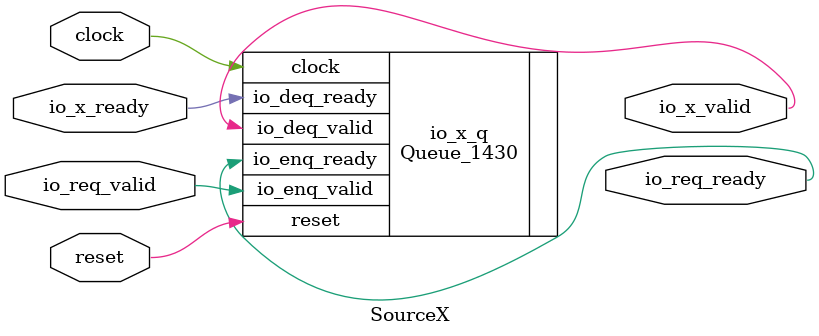
<source format=sv>
`ifndef RANDOMIZE
  `ifdef RANDOMIZE_REG_INIT
    `define RANDOMIZE
  `endif // RANDOMIZE_REG_INIT
`endif // not def RANDOMIZE
`ifndef RANDOMIZE
  `ifdef RANDOMIZE_MEM_INIT
    `define RANDOMIZE
  `endif // RANDOMIZE_MEM_INIT
`endif // not def RANDOMIZE

`ifndef RANDOM
  `define RANDOM $random
`endif // not def RANDOM

// Users can define 'PRINTF_COND' to add an extra gate to prints.
`ifndef PRINTF_COND_
  `ifdef PRINTF_COND
    `define PRINTF_COND_ (`PRINTF_COND)
  `else  // PRINTF_COND
    `define PRINTF_COND_ 1
  `endif // PRINTF_COND
`endif // not def PRINTF_COND_

// Users can define 'ASSERT_VERBOSE_COND' to add an extra gate to assert error printing.
`ifndef ASSERT_VERBOSE_COND_
  `ifdef ASSERT_VERBOSE_COND
    `define ASSERT_VERBOSE_COND_ (`ASSERT_VERBOSE_COND)
  `else  // ASSERT_VERBOSE_COND
    `define ASSERT_VERBOSE_COND_ 1
  `endif // ASSERT_VERBOSE_COND
`endif // not def ASSERT_VERBOSE_COND_

// Users can define 'STOP_COND' to add an extra gate to stop conditions.
`ifndef STOP_COND_
  `ifdef STOP_COND
    `define STOP_COND_ (`STOP_COND)
  `else  // STOP_COND
    `define STOP_COND_ 1
  `endif // STOP_COND
`endif // not def STOP_COND_

// Users can define INIT_RANDOM as general code that gets injected into the
// initializer block for modules with registers.
`ifndef INIT_RANDOM
  `define INIT_RANDOM
`endif // not def INIT_RANDOM

// If using random initialization, you can also define RANDOMIZE_DELAY to
// customize the delay used, otherwise 0.002 is used.
`ifndef RANDOMIZE_DELAY
  `define RANDOMIZE_DELAY 0.002
`endif // not def RANDOMIZE_DELAY

// Define INIT_RANDOM_PROLOG_ for use in our modules below.
`ifndef INIT_RANDOM_PROLOG_
  `ifdef RANDOMIZE
    `ifdef VERILATOR
      `define INIT_RANDOM_PROLOG_ `INIT_RANDOM
    `else  // VERILATOR
      `define INIT_RANDOM_PROLOG_ `INIT_RANDOM #`RANDOMIZE_DELAY begin end
    `endif // VERILATOR
  `else  // RANDOMIZE
    `define INIT_RANDOM_PROLOG_
  `endif // RANDOMIZE
`endif // not def INIT_RANDOM_PROLOG_

module SourceX(
  input  clock,
         reset,
         io_req_valid,
         io_x_ready,
  output io_req_ready,
         io_x_valid
);

  Queue_1430 io_x_q (	// @[Decoupled.scala:375:21]
    .clock        (clock),
    .reset        (reset),
    .io_enq_valid (io_req_valid),
    .io_deq_ready (io_x_ready),
    .io_enq_ready (io_req_ready),
    .io_deq_valid (io_x_valid)
  );
endmodule


</source>
